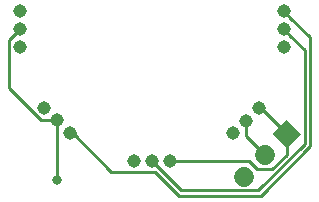
<source format=gbr>
G04 #@! TF.GenerationSoftware,KiCad,Pcbnew,(5.1.5)-3*
G04 #@! TF.CreationDate,2020-07-05T11:52:35-05:00*
G04 #@! TF.ProjectId,HallSensor,48616c6c-5365-46e7-936f-722e6b696361,rev?*
G04 #@! TF.SameCoordinates,Original*
G04 #@! TF.FileFunction,Copper,L2,Bot*
G04 #@! TF.FilePolarity,Positive*
%FSLAX46Y46*%
G04 Gerber Fmt 4.6, Leading zero omitted, Abs format (unit mm)*
G04 Created by KiCad (PCBNEW (5.1.5)-3) date 2020-07-05 11:52:35*
%MOMM*%
%LPD*%
G04 APERTURE LIST*
%ADD10C,1.700000*%
%ADD11C,0.100000*%
%ADD12C,1.143000*%
%ADD13C,0.800000*%
%ADD14C,0.250000*%
G04 APERTURE END LIST*
D10*
X129757898Y-100112102D02*
X129757898Y-100112102D01*
X131553949Y-98316051D02*
X131553949Y-98316051D01*
G04 #@! TA.AperFunction,ComponentPad*
D11*
G36*
X132147918Y-96520000D02*
G01*
X133350000Y-95317918D01*
X134552082Y-96520000D01*
X133350000Y-97722082D01*
X132147918Y-96520000D01*
G37*
G04 #@! TD.AperFunction*
D12*
X110744000Y-86106000D03*
X110744000Y-87630000D03*
X110744000Y-89154000D03*
X112832344Y-94290344D03*
X113909974Y-95367974D03*
X114987605Y-96445605D03*
X120396000Y-98806000D03*
X121920000Y-98806000D03*
X123444000Y-98806000D03*
X128834344Y-96463656D03*
X129911974Y-95386026D03*
X130989605Y-94308395D03*
X133096000Y-89154000D03*
X133096000Y-87630000D03*
X133096000Y-86106000D03*
D13*
X113909974Y-100447974D03*
D14*
X131138395Y-94308395D02*
X130989605Y-94308395D01*
X133350000Y-96520000D02*
X131138395Y-94308395D01*
X124252223Y-98806000D02*
X123444000Y-98806000D01*
X130875850Y-99491052D02*
X130190798Y-98806000D01*
X130190798Y-98806000D02*
X124252223Y-98806000D01*
X132117950Y-99491052D02*
X130875850Y-99491052D01*
X133350000Y-98259002D02*
X132117950Y-99491052D01*
X133350000Y-96520000D02*
X133350000Y-98259002D01*
X135327102Y-97554720D02*
X135327102Y-88337102D01*
X131144710Y-101737112D02*
X135327102Y-97554720D01*
X133667499Y-86677499D02*
X133096000Y-86106000D01*
X124214703Y-101737113D02*
X131144710Y-101737112D01*
X122180091Y-99702501D02*
X124214703Y-101737113D01*
X118475622Y-99702501D02*
X122180091Y-99702501D01*
X135327102Y-88337102D02*
X133667499Y-86677499D01*
X115218726Y-96445605D02*
X118475622Y-99702501D01*
X114987605Y-96445605D02*
X115218726Y-96445605D01*
X109847499Y-88526501D02*
X110172501Y-88201499D01*
X109847499Y-92632321D02*
X109847499Y-88526501D01*
X110172501Y-88201499D02*
X110744000Y-87630000D01*
X112583152Y-95367974D02*
X109847499Y-92632321D01*
X113909974Y-95367974D02*
X112583152Y-95367974D01*
X129911974Y-96674076D02*
X129911974Y-95386026D01*
X131553949Y-98316051D02*
X129911974Y-96674076D01*
X134877092Y-89411092D02*
X133667499Y-88201499D01*
X134877092Y-97368320D02*
X134877092Y-89411092D01*
X133667499Y-88201499D02*
X133096000Y-87630000D01*
X130958309Y-101287103D02*
X134877092Y-97368320D01*
X124401103Y-101287103D02*
X130958309Y-101287103D01*
X121920000Y-98806000D02*
X124401103Y-101287103D01*
X113909974Y-95367974D02*
X113909974Y-100447974D01*
M02*

</source>
